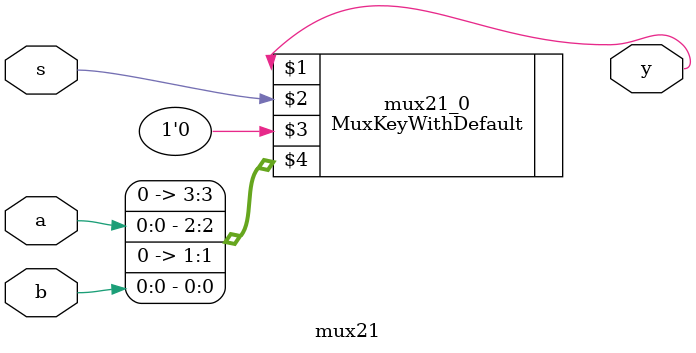
<source format=v>
module mux21(a,b,s,y);
  input   a,b,s;        // 声明3个wire型输入变量a,b,和s，其宽度为1位。
  output  y;           // 声明1个wire型输出变量y，其宽度为1位。

MuxKeyWithDefault #(2, 1, 1) mux21_0 (y, s, 1'b0, {1'b0, a, 1'b0, b});

endmodule
</source>
